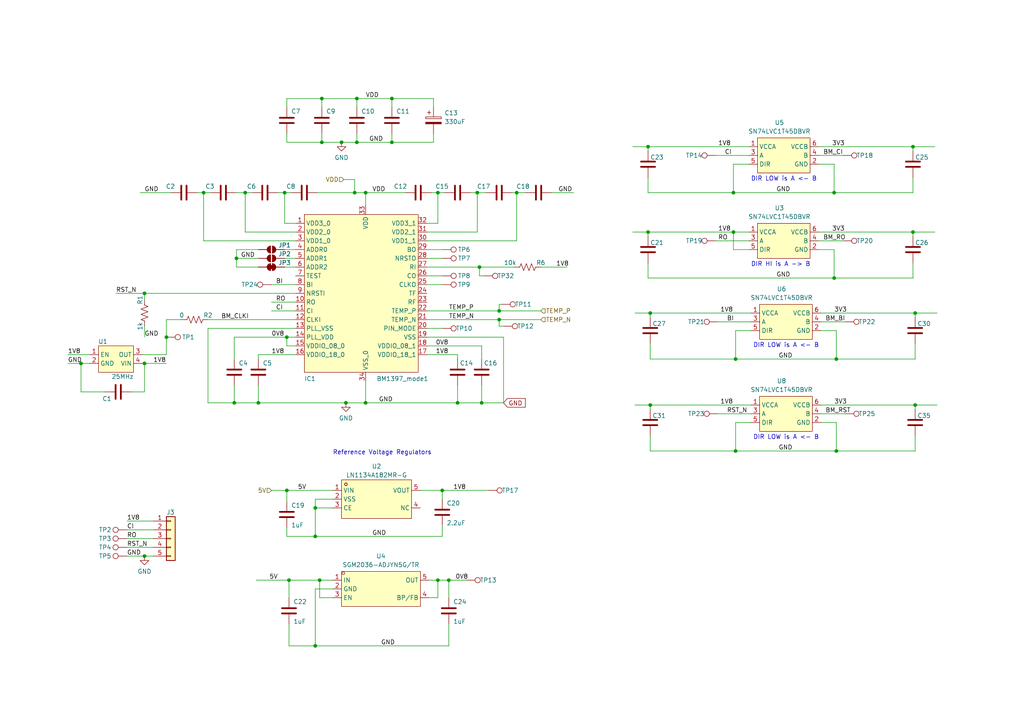
<source format=kicad_sch>
(kicad_sch (version 20230121) (generator eeschema)
  (paper "A4")
  (lib_symbols
    (symbol "Connector:TestPoint" (pin_numbers hide) (pin_names (offset 0.762) hide)
      (property "Reference" "TP" (at 0 6.858 0))
      (property "Value" "TestPoint" (at 0 5.08 0))
      (symbol "TestPoint_1_1"
        (pin passive line (at 0 0 90) (length 2.54) (name "1") (number "1"))
      )
    )
    (symbol "Connector_Generic:Conn_01x05" (pin_names (offset 1.016) hide)
      (property "Reference" "J" (at 0 7.62 0))
      (property "Value" "Conn_01x05" (at 0 -7.62 0))
      (symbol "Conn_01x05_1_1"
        (pin passive line (at -5.08 5.08 0) (length 3.81) (name "Pin_1") (number "1"))
        (pin passive line (at -5.08 2.54 0) (length 3.81) (name "Pin_2") (number "2"))
        (pin passive line (at -5.08 0 0) (length 3.81) (name "Pin_3") (number "3"))
        (pin passive line (at -5.08 -2.54 0) (length 3.81) (name "Pin_4") (number "4"))
        (pin passive line (at -5.08 -5.08 0) (length 3.81) (name "Pin_5") (number "5"))
      )
    )
    (symbol "Device:C" (pin_numbers hide) (pin_names (offset 0.254))
      (property "Reference" "C" (at 0.635 2.54 0))
      (property "Value" "C" (at 0.635 -2.54 0))
      (symbol "C_1_1"
        (pin passive line (at 0 3.81 270) (length 2.794) (name "~") (number "1"))
        (pin passive line (at 0 -3.81 90) (length 2.794) (name "~") (number "2"))
      )
    )
    (symbol "Device:C_Polarized" (pin_numbers hide) (pin_names (offset 0.254))
      (property "Reference" "C" (at 0.635 2.54 0))
      (property "Value" "C_Polarized" (at 0.635 -2.54 0))
      (symbol "C_Polarized_1_1"
        (pin passive line (at 0 3.81 270) (length 2.794) (name "~") (number "1"))
        (pin passive line (at 0 -3.81 90) (length 2.794) (name "~") (number "2"))
      )
    )
    (symbol "Device:R_US" (pin_numbers hide) (pin_names (offset 0))
      (property "Reference" "R" (at 2.54 0 90))
      (property "Value" "R_US" (at -2.54 0 90))
      (symbol "R_US_1_1"
        (pin passive line (at 0 3.81 270) (length 1.27) (name "~") (number "1"))
        (pin passive line (at 0 -3.81 90) (length 1.27) (name "~") (number "2"))
      )
    )
    (symbol "Jumper:SolderJumper_2_Open" (pin_numbers hide) (pin_names (offset 0) hide)
      (property "Reference" "JP" (at 0 2.032 0))
      (property "Value" "SolderJumper_2_Open" (at 0 -2.54 0))
      (symbol "SolderJumper_2_Open_1_1"
        (pin passive line (at -3.81 0 0) (length 2.54) (name "A") (number "1"))
        (pin passive line (at 3.81 0 180) (length 2.54) (name "B") (number "2"))
      )
    )
    (symbol "SolderJumper_2_Bridged_5" (pin_numbers hide) (pin_names (offset 0) hide)
      (property "Reference" "JP" (at 0 2.032 0))
      (property "Value" "SolderJumper_2_Bridged_5" (at 0 -2.54 0))
      (symbol "SolderJumper_2_Bridged_5_1_1"
        (pin passive line (at -3.81 0 0) (length 2.54) (name "A") (number "1"))
        (pin passive line (at 3.81 0 180) (length 2.54) (name "B") (number "2"))
      )
    )
    (symbol "bitaxe:BM1397_mode1"
      (property "Reference" "IC" (at -17.78 17.78 0))
      (property "Value" "BM1397_mode1" (at -17.78 -30.48 0))
      (symbol "BM1397_mode1_1_0"
        (pin bidirectional line (at -20.32 15.24 0) (length 2.54) (name "VDD3_0") (number "1"))
        (pin bidirectional line (at -20.32 -7.62 0) (length 2.54) (name "RO") (number "10"))
        (pin bidirectional line (at -20.32 -10.16 0) (length 2.54) (name "CI") (number "11"))
        (pin bidirectional line (at -20.32 -12.7 0) (length 2.54) (name "CLKI") (number "12"))
        (pin bidirectional line (at -20.32 -15.24 0) (length 2.54) (name "PLL_VSS") (number "13"))
        (pin bidirectional line (at -20.32 -17.78 0) (length 2.54) (name "PLL_VDD") (number "14"))
        (pin bidirectional line (at -20.32 -20.32 0) (length 2.54) (name "VDDIO_08_0") (number "15"))
        (pin bidirectional line (at -20.32 -22.86 0) (length 2.54) (name "VDDIO_18_0") (number "16"))
        (pin bidirectional line (at 17.78 -22.86 180) (length 2.54) (name "VDDIO_18_1") (number "17"))
        (pin bidirectional line (at 17.78 -20.32 180) (length 2.54) (name "VDDIO_08_1") (number "18"))
        (pin bidirectional line (at 17.78 -17.78 180) (length 2.54) (name "VSS") (number "19"))
        (pin bidirectional line (at -20.32 12.7 0) (length 2.54) (name "VDD2_0") (number "2"))
        (pin bidirectional line (at 17.78 -15.24 180) (length 2.54) (name "PIN_MODE") (number "20"))
        (pin bidirectional line (at 17.78 -12.7 180) (length 2.54) (name "TEMP_N") (number "21"))
        (pin bidirectional line (at 17.78 -10.16 180) (length 2.54) (name "TEMP_P") (number "22"))
        (pin bidirectional line (at 17.78 -7.62 180) (length 2.54) (name "RF") (number "23"))
        (pin bidirectional line (at 17.78 -5.08 180) (length 2.54) (name "TF") (number "24"))
        (pin bidirectional line (at 17.78 -2.54 180) (length 2.54) (name "CLKO") (number "25"))
        (pin bidirectional line (at 17.78 0 180) (length 2.54) (name "CO") (number "26"))
        (pin bidirectional line (at 17.78 2.54 180) (length 2.54) (name "RI") (number "27"))
        (pin bidirectional line (at 17.78 5.08 180) (length 2.54) (name "NRSTO") (number "28"))
        (pin bidirectional line (at 17.78 7.62 180) (length 2.54) (name "BO") (number "29"))
        (pin bidirectional line (at -20.32 10.16 0) (length 2.54) (name "VDD1_0") (number "3"))
        (pin bidirectional line (at 17.78 10.16 180) (length 2.54) (name "VDD1_1") (number "30"))
        (pin bidirectional line (at 17.78 12.7 180) (length 2.54) (name "VDD2_1") (number "31"))
        (pin bidirectional line (at 17.78 15.24 180) (length 2.54) (name "VDD3_1") (number "32"))
        (pin bidirectional line (at 0 20.32 270) (length 2.54) (name "VDD") (number "33"))
        (pin bidirectional line (at 0 -30.48 90) (length 2.54) (name "VSS_0") (number "34"))
        (pin bidirectional line (at -20.32 7.62 0) (length 2.54) (name "ADDR0") (number "4"))
        (pin bidirectional line (at -20.32 5.08 0) (length 2.54) (name "ADDR1") (number "5"))
        (pin bidirectional line (at -20.32 2.54 0) (length 2.54) (name "ADDR2") (number "6"))
        (pin bidirectional line (at -20.32 0 0) (length 2.54) (name "TEST") (number "7"))
        (pin bidirectional line (at -20.32 -2.54 0) (length 2.54) (name "BI") (number "8"))
        (pin bidirectional line (at -20.32 -5.08 0) (length 2.54) (name "NRSTI") (number "9"))
      )
    )
    (symbol "bitaxe:oscillator"
      (property "Reference" "U" (at -3.81 5.08 0))
      (property "Value" "oscillator" (at 0 -5.08 0))
      (symbol "oscillator_1_0"
        (pin bidirectional line (at -7.62 1.27 0) (length 2.54) (name "EN") (number "1"))
        (pin bidirectional line (at -7.62 -1.27 0) (length 2.54) (name "GND") (number "2"))
        (pin bidirectional line (at 7.62 1.27 180) (length 2.54) (name "OUT") (number "3"))
        (pin bidirectional line (at 7.62 -1.27 180) (length 2.54) (name "VIN") (number "4"))
      )
    )
    (symbol "lcsc:LN1134A182MR-G"
      (property "Reference" "U" (at 0 7.62 0))
      (property "Value" "LN1134A182MR-G" (at 0 -7.62 0))
      (symbol "LN1134A182MR-G_0_1"
        (pin unspecified line (at -12.7 2.54 0) (length 2.54) (name "VIN") (number "1"))
        (pin unspecified line (at -12.7 0 0) (length 2.54) (name "VSS") (number "2"))
        (pin unspecified line (at -12.7 -2.54 0) (length 2.54) (name "CE") (number "3"))
        (pin unspecified line (at 12.7 -2.54 180) (length 2.54) (name "NC") (number "4"))
        (pin unspecified line (at 12.7 2.54 180) (length 2.54) (name "VOUT") (number "5"))
      )
    )
    (symbol "lcsc:SGM2036-ADJYN5G_TR"
      (property "Reference" "U" (at 0 7.62 0))
      (property "Value" "SGM2036-ADJYN5G/TR" (at 0 -7.62 0))
      (symbol "SGM2036-ADJYN5G_TR_0_1"
        (pin unspecified line (at -13.97 2.54 0) (length 2.54) (name "IN") (number "1"))
        (pin unspecified line (at -13.97 0 0) (length 2.54) (name "GND") (number "2"))
        (pin unspecified line (at -13.97 -2.54 0) (length 2.54) (name "EN") (number "3"))
        (pin unspecified line (at 13.97 -2.54 180) (length 2.54) (name "BP/FB") (number "4"))
        (pin unspecified line (at 13.97 2.54 180) (length 2.54) (name "OUT") (number "5"))
      )
    )
    (symbol "lcsc:SN74LVC1T45DBVR"
      (property "Reference" "U" (at 0 7.62 0))
      (property "Value" "SN74LVC1T45DBVR" (at 0 -7.62 0))
      (symbol "SN74LVC1T45DBVR_0_1"
        (pin unspecified line (at -8.89 2.54 0) (length 2.54) (name "VCCA") (number "1"))
        (pin unspecified line (at 11.43 -2.54 180) (length 2.54) (name "GND") (number "2"))
        (pin unspecified line (at -8.89 0 0) (length 2.54) (name "A") (number "3"))
        (pin unspecified line (at 11.43 0 180) (length 2.54) (name "B") (number "4"))
        (pin unspecified line (at -8.89 -2.54 0) (length 2.54) (name "DIR") (number "5"))
        (pin unspecified line (at 11.43 2.54 180) (length 2.54) (name "VCCB") (number "6"))
      )
    )
    (symbol "power:GND" (power) (pin_names (offset 0))
      (property "Value" "GND" (at 0 -3.81 0))
      (symbol "GND_1_1"
        (pin power_in line (at 0 0 270) (length 0) hide (name "GND") (number "1"))
      )
    )
  )
  (junction (at 241.935 55.88))
  (junction (at 91.44 155.575))
  (junction (at 83.185 97.79))
  (junction (at 99.06 41.275))
  (junction (at 92.71 168.275))
  (junction (at 188.595 117.475))
  (junction (at 41.91 105.41))
  (junction (at 242.57 130.81))
  (junction (at 103.505 28.575) (diameter 0.9144))
  (junction (at 68.58 74.93))
  (junction (at 91.44 187.325))
  (junction (at 139.7 116.84))
  (junction (at 91.44 147.32))
  (junction (at 93.345 41.275) (diameter 0.9144))
  (junction (at 106.045 116.84))
  (junction (at 187.96 67.31))
  (junction (at 102.87 55.88))
  (junction (at 138.43 55.88))
  (junction (at 264.795 42.545))
  (junction (at 82.55 55.88))
  (junction (at 144.78 92.71))
  (junction (at 265.43 117.475))
  (junction (at 41.91 85.09))
  (junction (at 106.045 55.88))
  (junction (at 41.91 161.29))
  (junction (at 212.725 55.88))
  (junction (at 188.595 90.805))
  (junction (at 83.82 168.275))
  (junction (at 127 168.275))
  (junction (at 71.12 55.88))
  (junction (at 113.665 41.275))
  (junction (at 213.36 104.14))
  (junction (at 130.175 168.275))
  (junction (at 103.505 41.275) (diameter 0.9144))
  (junction (at 212.725 67.31))
  (junction (at 241.935 80.645))
  (junction (at 93.345 28.575) (diameter 0.9144))
  (junction (at 113.665 28.575))
  (junction (at 264.795 67.31))
  (junction (at 265.43 90.805))
  (junction (at 100.33 116.84))
  (junction (at 132.715 116.84))
  (junction (at 187.96 42.545))
  (junction (at 149.86 55.88))
  (junction (at 213.36 130.81))
  (junction (at 23.495 105.41))
  (junction (at 144.78 90.17))
  (junction (at 127 55.88))
  (junction (at 74.93 116.84))
  (junction (at 59.055 55.88))
  (junction (at 48.26 97.79))
  (junction (at 139.065 77.47))
  (junction (at 128.27 142.24))
  (junction (at 83.185 142.24))
  (junction (at 242.57 104.14))
  (junction (at 67.945 116.84))
  (wire (pts (xy 237.49 67.31) (xy 264.795 67.31)))
  (wire (pts (xy 67.945 104.14) (xy 67.945 97.79)))
  (wire (pts (xy 41.91 105.41) (xy 48.26 105.41)))
  (wire (pts (xy 100.33 116.84) (xy 106.045 116.84)))
  (wire (pts (xy 121.92 142.24) (xy 128.27 142.24)))
  (wire (pts (xy 241.935 55.88) (xy 264.795 55.88)))
  (wire (pts (xy 139.065 77.47) (xy 149.225 77.47)))
  (wire (pts (xy 106.045 116.84) (xy 106.045 110.49)))
  (wire (pts (xy 160.02 55.88) (xy 166.37 55.88)))
  (wire (pts (xy 103.505 31.115) (xy 103.505 28.575)))
  (wire (pts (xy 71.12 55.88) (xy 73.025 55.88)))
  (wire (pts (xy 93.345 41.275) (xy 83.185 41.275)))
  (wire (pts (xy 91.44 170.815) (xy 91.44 187.325)))
  (wire (pts (xy 85.725 69.85) (xy 59.055 69.85)))
  (wire (pts (xy 60.325 116.84) (xy 67.945 116.84)))
  (wire (pts (xy 48.26 97.79) (xy 48.26 92.71)))
  (wire (pts (xy 123.825 90.17) (xy 144.78 90.17)))
  (wire (pts (xy 113.665 28.575) (xy 125.73 28.575)))
  (wire (pts (xy 71.12 67.31) (xy 71.12 55.88)))
  (wire (pts (xy 83.185 97.79) (xy 85.725 97.79)))
  (wire (pts (xy 188.595 117.475) (xy 217.805 117.475)))
  (wire (pts (xy 139.7 116.84) (xy 146.05 116.84)))
  (wire (pts (xy 91.44 147.32) (xy 91.44 155.575)))
  (wire (pts (xy 130.175 180.975) (xy 130.175 187.325)))
  (wire (pts (xy 78.74 82.55) (xy 85.725 82.55)))
  (wire (pts (xy 144.78 94.615) (xy 144.78 92.71)))
  (wire (pts (xy 59.055 55.88) (xy 60.96 55.88)))
  (wire (pts (xy 187.96 76.2) (xy 187.96 80.645)))
  (wire (pts (xy 265.43 90.805) (xy 271.78 90.805)))
  (wire (pts (xy 128.27 142.24) (xy 128.27 144.78)))
  (wire (pts (xy 238.125 95.885) (xy 242.57 95.885)))
  (wire (pts (xy 106.045 116.84) (xy 132.715 116.84)))
  (wire (pts (xy 93.345 28.575) (xy 103.505 28.575)))
  (wire (pts (xy 212.725 67.31) (xy 212.725 72.39)))
  (wire (pts (xy 78.74 142.24) (xy 83.185 142.24)))
  (wire (pts (xy 93.345 31.115) (xy 93.345 28.575)))
  (wire (pts (xy 41.91 161.29) (xy 44.45 161.29)))
  (wire (pts (xy 48.26 92.71) (xy 52.705 92.71)))
  (wire (pts (xy 217.805 95.885) (xy 213.36 95.885)))
  (wire (pts (xy 113.665 31.115) (xy 113.665 28.575)))
  (wire (pts (xy 212.725 47.625) (xy 212.725 55.88)))
  (wire (pts (xy 67.945 97.79) (xy 83.185 97.79)))
  (wire (pts (xy 59.055 69.85) (xy 59.055 55.88)))
  (wire (pts (xy 68.58 77.47) (xy 74.93 77.47)))
  (wire (pts (xy 238.125 120.015) (xy 245.11 120.015)))
  (wire (pts (xy 148.59 55.88) (xy 149.86 55.88)))
  (wire (pts (xy 139.7 100.33) (xy 139.7 104.14)))
  (wire (pts (xy 138.43 67.31) (xy 138.43 55.88)))
  (wire (pts (xy 82.55 74.93) (xy 85.725 74.93)))
  (wire (pts (xy 113.665 41.275) (xy 103.505 41.275)))
  (wire (pts (xy 139.7 111.76) (xy 139.7 116.84)))
  (wire (pts (xy 85.725 67.31) (xy 71.12 67.31)))
  (wire (pts (xy 188.595 117.475) (xy 188.595 118.745)))
  (wire (pts (xy 41.91 94.615) (xy 41.91 97.79)))
  (wire (pts (xy 99.06 41.275) (xy 93.345 41.275)))
  (wire (pts (xy 146.05 94.615) (xy 144.78 94.615)))
  (wire (pts (xy 149.86 69.85) (xy 149.86 55.88)))
  (wire (pts (xy 67.945 111.76) (xy 67.945 116.84)))
  (wire (pts (xy 264.795 42.545) (xy 271.145 42.545)))
  (wire (pts (xy 123.825 69.85) (xy 149.86 69.85)))
  (wire (pts (xy 187.96 67.31) (xy 187.96 68.58)))
  (wire (pts (xy 127 168.275) (xy 127 173.355)))
  (wire (pts (xy 132.715 102.87) (xy 132.715 104.14)))
  (wire (pts (xy 144.78 92.71) (xy 156.845 92.71)))
  (wire (pts (xy 23.495 113.665) (xy 23.495 105.41)))
  (wire (pts (xy 68.58 74.93) (xy 74.93 74.93)))
  (wire (pts (xy 83.185 155.575) (xy 91.44 155.575)))
  (wire (pts (xy 146.05 97.79) (xy 123.825 97.79)))
  (wire (pts (xy 68.58 74.93) (xy 68.58 77.47)))
  (wire (pts (xy 183.515 42.545) (xy 187.96 42.545)))
  (wire (pts (xy 96.52 144.78) (xy 91.44 144.78)))
  (wire (pts (xy 123.825 72.39) (xy 128.27 72.39)))
  (wire (pts (xy 125.73 31.115) (xy 125.73 28.575)))
  (wire (pts (xy 33.655 85.09) (xy 41.91 85.09)))
  (wire (pts (xy 237.49 47.625) (xy 241.935 47.625)))
  (wire (pts (xy 83.185 153.035) (xy 83.185 155.575)))
  (wire (pts (xy 264.795 67.31) (xy 271.145 67.31)))
  (wire (pts (xy 212.725 55.88) (xy 241.935 55.88)))
  (wire (pts (xy 91.44 187.325) (xy 83.82 187.325)))
  (wire (pts (xy 36.83 156.21) (xy 44.45 156.21)))
  (wire (pts (xy 74.93 102.87) (xy 85.725 102.87)))
  (wire (pts (xy 145.415 88.265) (xy 144.78 88.265)))
  (wire (pts (xy 140.335 80.01) (xy 139.065 80.01)))
  (wire (pts (xy 23.495 105.41) (xy 26.035 105.41)))
  (wire (pts (xy 103.505 28.575) (xy 113.665 28.575)))
  (wire (pts (xy 36.83 151.13) (xy 44.45 151.13)))
  (wire (pts (xy 217.17 72.39) (xy 212.725 72.39)))
  (wire (pts (xy 36.83 158.75) (xy 44.45 158.75)))
  (wire (pts (xy 265.43 117.475) (xy 265.43 118.745)))
  (wire (pts (xy 82.55 77.47) (xy 85.725 77.47)))
  (wire (pts (xy 242.57 104.14) (xy 265.43 104.14)))
  (wire (pts (xy 92.71 168.275) (xy 96.52 168.275)))
  (wire (pts (xy 41.91 85.09) (xy 41.91 86.995)))
  (wire (pts (xy 83.185 100.33) (xy 83.185 97.79)))
  (wire (pts (xy 124.46 168.275) (xy 127 168.275)))
  (wire (pts (xy 217.17 47.625) (xy 212.725 47.625)))
  (wire (pts (xy 188.595 104.14) (xy 213.36 104.14)))
  (wire (pts (xy 82.55 72.39) (xy 85.725 72.39)))
  (wire (pts (xy 132.715 111.76) (xy 132.715 116.84)))
  (wire (pts (xy 213.36 95.885) (xy 213.36 104.14)))
  (wire (pts (xy 146.05 116.84) (xy 146.05 97.79)))
  (wire (pts (xy 123.825 102.87) (xy 132.715 102.87)))
  (wire (pts (xy 38.1 113.665) (xy 41.91 113.665)))
  (wire (pts (xy 96.52 170.815) (xy 91.44 170.815)))
  (wire (pts (xy 123.825 82.55) (xy 128.27 82.55)))
  (wire (pts (xy 36.83 161.29) (xy 41.91 161.29)))
  (wire (pts (xy 213.36 122.555) (xy 213.36 130.81)))
  (wire (pts (xy 113.665 41.275) (xy 125.73 41.275)))
  (wire (pts (xy 264.795 80.645) (xy 264.795 76.2)))
  (wire (pts (xy 123.825 95.25) (xy 128.27 95.25)))
  (wire (pts (xy 207.645 45.085) (xy 217.17 45.085)))
  (wire (pts (xy 187.96 51.435) (xy 187.96 55.88)))
  (wire (pts (xy 242.57 95.885) (xy 242.57 104.14)))
  (wire (pts (xy 242.57 130.81) (xy 265.43 130.81)))
  (wire (pts (xy 41.275 102.87) (xy 48.26 102.87)))
  (wire (pts (xy 85.725 64.77) (xy 82.55 64.77)))
  (wire (pts (xy 57.15 55.88) (xy 59.055 55.88)))
  (wire (pts (xy 212.725 67.31) (xy 217.17 67.31)))
  (wire (pts (xy 93.345 38.735) (xy 93.345 41.275)))
  (wire (pts (xy 127 168.275) (xy 130.175 168.275)))
  (wire (pts (xy 92.71 173.355) (xy 92.71 168.275)))
  (wire (pts (xy 85.725 100.33) (xy 83.185 100.33)))
  (wire (pts (xy 78.74 90.17) (xy 85.725 90.17)))
  (wire (pts (xy 123.825 64.77) (xy 127 64.77)))
  (wire (pts (xy 103.505 41.275) (xy 99.06 41.275)))
  (wire (pts (xy 123.825 74.93) (xy 128.27 74.93)))
  (wire (pts (xy 127 55.88) (xy 128.905 55.88)))
  (wire (pts (xy 241.935 47.625) (xy 241.935 55.88)))
  (wire (pts (xy 139.065 80.01) (xy 139.065 77.47)))
  (wire (pts (xy 74.93 111.76) (xy 74.93 116.84)))
  (wire (pts (xy 187.96 67.31) (xy 212.725 67.31)))
  (wire (pts (xy 30.48 113.665) (xy 23.495 113.665)))
  (wire (pts (xy 132.715 116.84) (xy 139.7 116.84)))
  (wire (pts (xy 238.125 122.555) (xy 242.57 122.555)))
  (wire (pts (xy 238.125 93.345) (xy 245.11 93.345)))
  (wire (pts (xy 102.87 52.07) (xy 102.87 55.88)))
  (wire (pts (xy 130.175 168.275) (xy 130.175 173.355)))
  (wire (pts (xy 213.36 130.81) (xy 242.57 130.81)))
  (wire (pts (xy 80.645 55.88) (xy 82.55 55.88)))
  (wire (pts (xy 96.52 173.355) (xy 92.71 173.355)))
  (wire (pts (xy 91.44 147.32) (xy 96.52 147.32)))
  (wire (pts (xy 113.665 38.735) (xy 113.665 41.275)))
  (wire (pts (xy 149.86 55.88) (xy 152.4 55.88)))
  (wire (pts (xy 60.325 92.71) (xy 85.725 92.71)))
  (wire (pts (xy 237.49 42.545) (xy 264.795 42.545)))
  (wire (pts (xy 91.44 155.575) (xy 128.27 155.575)))
  (wire (pts (xy 83.82 187.325) (xy 83.82 180.975)))
  (wire (pts (xy 83.185 28.575) (xy 93.345 28.575)))
  (wire (pts (xy 207.645 69.85) (xy 217.17 69.85)))
  (wire (pts (xy 41.91 85.09) (xy 85.725 85.09)))
  (wire (pts (xy 238.125 90.805) (xy 265.43 90.805)))
  (wire (pts (xy 36.83 153.67) (xy 44.45 153.67)))
  (wire (pts (xy 188.595 130.81) (xy 213.36 130.81)))
  (wire (pts (xy 91.44 187.325) (xy 130.175 187.325)))
  (wire (pts (xy 40.64 55.88) (xy 49.53 55.88)))
  (wire (pts (xy 241.935 80.645) (xy 264.795 80.645)))
  (wire (pts (xy 74.93 104.14) (xy 74.93 102.87)))
  (wire (pts (xy 106.045 55.88) (xy 106.045 59.69)))
  (wire (pts (xy 99.695 52.07) (xy 102.87 52.07)))
  (wire (pts (xy 78.74 87.63) (xy 85.725 87.63)))
  (wire (pts (xy 187.96 80.645) (xy 241.935 80.645)))
  (wire (pts (xy 128.27 142.24) (xy 141.605 142.24)))
  (wire (pts (xy 102.87 55.88) (xy 106.045 55.88)))
  (wire (pts (xy 68.58 55.88) (xy 71.12 55.88)))
  (wire (pts (xy 123.825 100.33) (xy 139.7 100.33)))
  (wire (pts (xy 48.26 102.87) (xy 48.26 97.79)))
  (wire (pts (xy 41.275 105.41) (xy 41.91 105.41)))
  (wire (pts (xy 91.44 144.78) (xy 91.44 147.32)))
  (wire (pts (xy 130.175 168.275) (xy 135.255 168.275)))
  (wire (pts (xy 41.91 113.665) (xy 41.91 105.41)))
  (wire (pts (xy 83.185 31.115) (xy 83.185 28.575)))
  (wire (pts (xy 242.57 122.555) (xy 242.57 130.81)))
  (wire (pts (xy 144.78 88.265) (xy 144.78 90.17)))
  (wire (pts (xy 117.475 55.88) (xy 106.045 55.88)))
  (wire (pts (xy 83.185 38.735) (xy 83.185 41.275)))
  (wire (pts (xy 83.185 142.24) (xy 96.52 142.24)))
  (wire (pts (xy 265.43 104.14) (xy 265.43 99.695)))
  (wire (pts (xy 19.685 102.87) (xy 26.035 102.87)))
  (wire (pts (xy 103.505 38.735) (xy 103.505 41.275)))
  (wire (pts (xy 264.795 55.88) (xy 264.795 51.435)))
  (wire (pts (xy 237.49 72.39) (xy 241.935 72.39)))
  (wire (pts (xy 188.595 90.805) (xy 217.805 90.805)))
  (wire (pts (xy 144.78 90.17) (xy 156.845 90.17)))
  (wire (pts (xy 187.96 42.545) (xy 187.96 43.815)))
  (wire (pts (xy 265.43 117.475) (xy 271.78 117.475)))
  (wire (pts (xy 237.49 69.85) (xy 244.475 69.85)))
  (wire (pts (xy 82.55 55.88) (xy 84.455 55.88)))
  (wire (pts (xy 183.515 67.31) (xy 187.96 67.31)))
  (wire (pts (xy 127 64.77) (xy 127 55.88)))
  (wire (pts (xy 265.43 90.805) (xy 265.43 92.075)))
  (wire (pts (xy 74.93 72.39) (xy 68.58 72.39)))
  (wire (pts (xy 184.15 117.475) (xy 188.595 117.475)))
  (wire (pts (xy 208.28 120.015) (xy 217.805 120.015)))
  (wire (pts (xy 123.825 67.31) (xy 138.43 67.31)))
  (wire (pts (xy 188.595 126.365) (xy 188.595 130.81)))
  (wire (pts (xy 123.825 77.47) (xy 139.065 77.47)))
  (wire (pts (xy 238.125 117.475) (xy 265.43 117.475)))
  (wire (pts (xy 187.96 55.88) (xy 212.725 55.88)))
  (wire (pts (xy 187.96 42.545) (xy 217.17 42.545)))
  (wire (pts (xy 123.825 80.01) (xy 128.27 80.01)))
  (wire (pts (xy 237.49 45.085) (xy 244.475 45.085)))
  (wire (pts (xy 67.945 116.84) (xy 74.93 116.84)))
  (wire (pts (xy 83.185 142.24) (xy 83.185 145.415)))
  (wire (pts (xy 264.795 42.545) (xy 264.795 43.815)))
  (wire (pts (xy 19.685 105.41) (xy 23.495 105.41)))
  (wire (pts (xy 82.55 55.88) (xy 82.55 64.77)))
  (wire (pts (xy 138.43 55.88) (xy 140.97 55.88)))
  (wire (pts (xy 156.845 77.47) (xy 164.465 77.47)))
  (wire (pts (xy 125.73 38.735) (xy 125.73 41.275)))
  (wire (pts (xy 68.58 72.39) (xy 68.58 74.93)))
  (wire (pts (xy 83.82 168.275) (xy 92.71 168.275)))
  (wire (pts (xy 265.43 130.81) (xy 265.43 126.365)))
  (wire (pts (xy 83.82 168.275) (xy 83.82 173.355)))
  (wire (pts (xy 217.805 122.555) (xy 213.36 122.555)))
  (wire (pts (xy 241.935 72.39) (xy 241.935 80.645)))
  (wire (pts (xy 208.28 93.345) (xy 217.805 93.345)))
  (wire (pts (xy 128.27 155.575) (xy 128.27 152.4)))
  (wire (pts (xy 213.36 104.14) (xy 242.57 104.14)))
  (wire (pts (xy 136.525 55.88) (xy 138.43 55.88)))
  (wire (pts (xy 264.795 67.31) (xy 264.795 68.58)))
  (wire (pts (xy 188.595 90.805) (xy 188.595 92.075)))
  (wire (pts (xy 188.595 99.695) (xy 188.595 104.14)))
  (wire (pts (xy 60.325 95.25) (xy 60.325 116.84)))
  (wire (pts (xy 60.325 95.25) (xy 85.725 95.25)))
  (wire (pts (xy 123.825 92.71) (xy 144.78 92.71)))
  (wire (pts (xy 74.93 116.84) (xy 100.33 116.84)))
  (wire (pts (xy 125.095 55.88) (xy 127 55.88)))
  (wire (pts (xy 92.075 55.88) (xy 102.87 55.88)))
  (wire (pts (xy 124.46 173.355) (xy 127 173.355)))
  (wire (pts (xy 74.295 168.275) (xy 83.82 168.275)))
  (wire (pts (xy 184.15 90.805) (xy 188.595 90.805)))
  (text "Reference Voltage Regulators" (at 96.52 132.08 0) (effects (font (size 1.27 1.27)) (justify left bottom)))
  (text "DIR LOW is A <- B" (at 218.44 100.965 0) (effects (font (size 1.27 1.27)) (justify left bottom)))
  (text "DIR HI is A -> B" (at 217.805 77.47 0) (effects (font (size 1.27 1.27)) (justify left bottom)))
  (text "DIR LOW is A <- B" (at 217.805 52.705 0) (effects (font (size 1.27 1.27)) (justify left bottom)))
  (text "DIR LOW is A <- B" (at 218.44 127.635 0) (effects (font (size 1.27 1.27)) (justify left bottom)))
  (label "RO" (at 80.01 87.63 0))
  (label "GND" (at 111.125 41.275 180))
  (label "BM_RO" (at 238.76 69.85 0))
  (label "BM_RST" (at 239.395 120.015 0))
  (label "CI" (at 210.185 45.085 0))
  (label "5V" (at 78.105 168.275 0))
  (label "GND" (at 41.91 55.88 0))
  (label "1V8" (at 131.445 142.24 0))
  (label "1V8" (at 36.83 151.13 0))
  (label "GND" (at 110.49 187.325 0))
  (label "BM_CI" (at 238.76 45.085 0))
  (label "5V" (at 86.36 142.24 0))
  (label "GND" (at 41.91 97.79 0))
  (label "RO" (at 36.83 156.21 0))
  (label "RO" (at 208.28 69.85 0))
  (label "1V8" (at 44.45 105.41 0))
  (label "GND" (at 107.95 155.575 0))
  (label "1V8" (at 208.28 42.545 0))
  (label "GND" (at 229.87 104.14 180))
  (label "CI" (at 36.83 153.67 0))
  (label "1V8" (at 19.685 102.87 0))
  (label "BM_CLKI" (at 64.135 92.71 0))
  (label "RST_N" (at 33.655 85.09 0))
  (label "GND" (at 109.855 116.84 0))
  (label "CI" (at 80.01 90.17 0))
  (label "1V8" (at 208.915 117.475 0))
  (label "3V3" (at 241.3 67.31 0))
  (label "GND" (at 19.685 105.41 0))
  (label "GND" (at 229.235 80.645 180))
  (label "GND" (at 229.235 55.88 180))
  (label "GND" (at 161.925 55.88 0))
  (label "1V8" (at 208.915 90.805 0))
  (label "RST_N" (at 36.83 158.75 0))
  (label "VDD" (at 106.045 28.575 0))
  (label "GND" (at 69.85 74.93 0))
  (label "TEMP_P" (at 130.175 90.17 0))
  (label "BI" (at 210.82 93.345 0))
  (label "1V8" (at 208.28 67.31 0))
  (label "VDD" (at 107.95 55.88 0))
  (label "GND" (at 36.83 161.29 0))
  (label "0V8" (at 78.74 97.79 0))
  (label "RST_N" (at 210.82 120.015 0))
  (label "BM_BI" (at 239.395 93.345 0))
  (label "3V3" (at 241.935 90.805 0))
  (label "TEMP_N" (at 130.175 92.71 0))
  (label "BI" (at 80.01 82.55 0))
  (label "1V8" (at 78.74 102.87 0))
  (label "1V8" (at 161.29 77.47 0))
  (label "0V8" (at 126.365 100.33 0))
  (label "3V3" (at 241.935 117.475 0))
  (label "3V3" (at 241.3 42.545 0))
  (label "GND" (at 229.87 130.81 180))
  (label "0V8" (at 132.08 168.275 0))
  (label "1V8" (at 126.365 102.87 0))
  (global_label "GND" (shape input) (at 146.05 116.84 0) (property "Intersheetrefs" "${INTERSHEET_REFS}" (effects hide)))
  (hierarchical_label "TEMP_P" (shape input) (at 156.845 90.17 0))
  (hierarchical_label "VDD" (shape input) (at 99.695 52.07 180))
  (hierarchical_label "5V" (shape input) (at 78.74 142.24 180))
  (hierarchical_label "TEMP_N" (shape input) (at 156.845 92.71 0))
  (symbol (lib_id "Connector:TestPoint") (at 78.74 82.55 90) (mirror x) (unit 1)
    (property "Reference" "TP24" (at 72.39 82.55 90))
    (property "Value" "TestPoint" (effects hide))
    (property "Footprint" "TestPoint:TestPoint_Pad_D1.5mm" (effects hide))
    (property "DNP" "T" (effects hide))
  )
  (symbol (lib_id "lcsc:SN74LVC1T45DBVR") (at 226.695 93.345 0) (unit 1)
    (property "Reference" "U6" (at 226.695 83.82 0))
    (property "Value" "SN74LVC1T45DBVR" (at 226.695 86.36 0))
    (property "Footprint" "lcsc:SOT-23-6_L2.9-W1.6-P0.95-LS2.8-BR" (effects hide))
    (property "Datasheet" "https://lcsc.com/product-detail/74-Series_TI_SN74LVC1T45DBVR_SN74LVC1T45DBVR_C7843.html" (effects hide))
    (property "Manufacturer" "TI(德州仪器)" (effects hide))
    (property "LCSC Part" "C7843" (effects hide))
    (property "JLC Part" "Extended Part" (effects hide))
  )
  (symbol (lib_id "lcsc:SGM2036-ADJYN5G_TR") (at 110.49 170.815 0) (unit 1)
    (property "Reference" "U4" (at 110.49 161.29 0))
    (property "Value" "SGM2036-ADJYN5G/TR" (at 110.49 163.83 0))
    (property "Footprint" "lcsc:SOT-23-5_L3.0-W1.7-P0.95-LS2.8-BR" (effects hide))
    (property "Datasheet" "https://lcsc.com/product-detail/Others_SG-Micro-SGM2036-ADJYN5G-TR_C194594.html" (effects hide))
    (property "Manufacturer" "SGMICRO(圣邦微)" (effects hide))
    (property "LCSC Part" "C194594" (effects hide))
    (property "JLC Part" "Extended Part" (effects hide))
  )
  (symbol (lib_id "power:GND") (at 41.91 161.29 0) (mirror y) (unit 1)
    (property "Reference" "#PWR02" (effects hide))
    (property "Value" "GND" (at 41.91 165.735 0))
    (instances (project "Hashat" (path "" (reference "#PWR02") (unit 1))) (project "bitaxeMax" (path "" (reference "#PWR03") (unit 1))))
  )
  (symbol (lib_id "Device:C") (at 93.345 34.925 0) (unit 1)
    (property "Reference" "C9" (at 94.615 33.02 0) (effects (justify left bottom)))
    (property "Value" "0.1uF" (at 94.615 38.1 0) (effects (justify left bottom)))
    (property "Footprint" "Capacitor_SMD:C_0402_1005Metric" (effects hide))
    (property "Value" "311-3342-1-ND" (effects hide))
    (property "DK" "1292-1639-1-ND" (effects hide))
    (property "PARTNO" "0402X104K100CT" (effects hide))
  )
  (symbol (lib_id "Device:R_US") (at 153.035 77.47 90) (unit 1)
    (property "Reference" "R6" (at 156.845 76.2 90))
    (property "Value" "10k" (at 147.955 76.2 90))
    (property "Footprint" "Resistor_SMD:R_0402_1005Metric" (effects hide))
    (property "DK" "311-10KJRCT-ND" (effects hide))
    (property "PARTNO" "RC0402JR-0710KL" (effects hide))
  )
  (symbol (lib_id "Device:C") (at 264.795 72.39 0) (unit 1)
    (property "Reference" "C26" (at 265.43 71.12 0) (effects (justify left bottom)))
    (property "Value" "0.1uF" (at 265.43 76.2 0) (effects (justify left bottom)))
    (property "Footprint" "Capacitor_SMD:C_0402_1005Metric" (effects hide))
    (property "Value" "311-3342-1-ND" (effects hide))
    (property "DK" "1292-1639-1-ND" (effects hide))
    (property "PARTNO" "0402X104K100CT" (effects hide))
    (instances (project "Hashat" (path "" (reference "C26") (unit 1))) (project "bitaxeMax" (path "" (reference "C21") (unit 1))))
  )
  (symbol (lib_id "Device:C") (at 83.185 149.225 0) (unit 1)
    (property "Reference" "C19" (at 84.455 147.32 0) (effects (justify left bottom)))
    (property "Value" "1uF" (at 84.455 153.035 0) (effects (justify left bottom)))
    (property "Footprint" "Capacitor_SMD:C_0402_1005Metric" (effects hide))
    (instances (project "Hashat" (path "" (reference "C19") (unit 1))) (project "bitaxeMax" (path "" (reference "C25") (unit 1))))
  )
  (symbol (lib_id "power:GND") (at 100.33 116.84 0) (mirror y) (unit 1)
    (property "Reference" "#PWR04" (effects hide))
    (property "Value" "GND" (at 100.33 121.285 0))
    (instances (project "Hashat" (path "" (reference "#PWR04") (unit 1))) (project "bitaxeMax" (path "" (reference "#PWR02") (unit 1))))
  )
  (symbol (lib_id "Device:C") (at 132.715 55.88 90) (unit 1)
    (property "Reference" "C15" (at 130.175 53.34 90) (effects (justify left bottom)))
    (property "Value" "1uF" (at 131.445 56.515 90) (effects (justify left bottom)))
    (property "Footprint" "Capacitor_SMD:C_0402_1005Metric" (effects hide))
    (property "Value" "587-5514-1-ND" (effects hide))
    (property "DK" "587-5514-1-ND" (effects hide))
    (property "PARTNO" "EMK105BJ105MV-F" (effects hide))
  )
  (symbol (lib_id "Connector:TestPoint") (at 208.28 120.015 90) (mirror x) (unit 1)
    (property "Reference" "TP23" (at 201.93 120.015 90))
    (property "Value" "TestPoint" (effects hide))
    (property "Footprint" "TestPoint:TestPoint_Pad_D1.5mm" (effects hide))
    (property "DNP" "T" (effects hide))
    (instances (project "Hashat" (path "" (reference "TP23") (unit 1))) (project "bitaxeMax" (path "" (reference "TP24") (unit 1))))
  )
  (symbol (lib_id "Device:C") (at 128.27 148.59 0) (unit 1)
    (property "Reference" "C20" (at 129.54 146.685 0) (effects (justify left bottom)))
    (property "Value" "2.2uF" (at 129.54 152.4 0) (effects (justify left bottom)))
    (property "Footprint" "Capacitor_SMD:C_0402_1005Metric" (effects hide))
    (instances (project "Hashat" (path "" (reference "C20") (unit 1))) (project "bitaxeMax" (path "" (reference "C25") (unit 1))))
  )
  (symbol (lib_id "Connector:TestPoint") (at 245.11 120.015 270) (mirror x) (unit 1)
    (property "Reference" "TP25" (at 251.46 120.015 90))
    (property "Value" "TestPoint" (effects hide))
    (property "Footprint" "TestPoint:TestPoint_Pad_D1.5mm" (effects hide))
    (property "DNP" "T" (effects hide))
    (instances (project "Hashat" (path "" (reference "TP25") (unit 1))) (project "bitaxeMax" (path "" (reference "TP24") (unit 1))))
  )
  (symbol (lib_id "Device:R_US") (at 41.91 90.805 180) (unit 1)
    (property "Reference" "R1" (at 40.64 86.995 90))
    (property "Value" "1k" (at 40.64 94.615 90))
    (property "Footprint" "Resistor_SMD:R_0402_1005Metric" (effects hide))
    (property "DK" "YAG2306CT-ND" (effects hide))
  )
  (symbol (lib_id "Connector:TestPoint") (at 36.83 153.67 90) (mirror x) (unit 1)
    (property "Reference" "TP2" (at 30.48 153.67 90))
    (property "Value" "TestPoint" (effects hide))
    (property "Footprint" "TestPoint:TestPoint_Pad_D1.5mm" (effects hide))
    (property "DNP" "T" (effects hide))
  )
  (symbol (lib_id "Device:C") (at 188.595 95.885 0) (unit 1)
    (property "Reference" "C27" (at 189.23 94.615 0) (effects (justify left bottom)))
    (property "Value" "0.1uF" (at 189.23 99.695 0) (effects (justify left bottom)))
    (property "Footprint" "Capacitor_SMD:C_0402_1005Metric" (effects hide))
    (property "Value" "311-3342-1-ND" (effects hide))
    (property "DK" "1292-1639-1-ND" (effects hide))
    (property "PARTNO" "0402X104K100CT" (effects hide))
    (instances (project "Hashat" (path "" (reference "C27") (unit 1))) (project "bitaxeMax" (path "" (reference "C21") (unit 1))))
  )
  (symbol (lib_id "Connector:TestPoint") (at 128.27 74.93 270) (mirror x) (unit 1)
    (property "Reference" "TP7" (at 134.62 74.93 90))
    (property "Value" "TestPoint" (effects hide))
    (property "Footprint" "TestPoint:TestPoint_Pad_D1.5mm" (effects hide))
    (property "DNP" "T" (effects hide))
  )
  (symbol (lib_id "Device:C") (at 83.185 34.925 0) (unit 1)
    (property "Reference" "C7" (at 84.455 33.02 0) (effects (justify left bottom)))
    (property "Value" "0.1uF" (at 84.455 38.1 0) (effects (justify left bottom)))
    (property "Footprint" "Capacitor_SMD:C_0402_1005Metric" (effects hide))
    (property "Value" "311-3342-1-ND" (effects hide))
    (property "DK" "1292-1639-1-ND" (effects hide))
    (property "PARTNO" "0402X104K100CT" (effects hide))
  )
  (symbol (lib_id "Connector:TestPoint") (at 140.335 80.01 270) (mirror x) (unit 1)
    (property "Reference" "TP32" (at 146.685 80.01 90))
    (property "Value" "TestPoint" (effects hide))
    (property "Footprint" "TestPoint:TestPoint_Pad_D1.5mm" (effects hide))
    (property "DNP" "T" (effects hide))
  )
  (symbol (lib_id "Device:C") (at 53.34 55.88 90) (unit 1)
    (property "Reference" "C2" (at 50.8 53.34 90) (effects (justify left bottom)))
    (property "Value" "1uF" (at 52.07 56.515 90) (effects (justify left bottom)))
    (property "Footprint" "Capacitor_SMD:C_0402_1005Metric" (effects hide))
    (property "Value" "587-5514-1-ND" (effects hide))
    (property "DK" "587-5514-1-ND" (effects hide))
    (property "PARTNO" "EMK105BJ105MV-F" (effects hide))
  )
  (symbol (lib_id "lcsc:SN74LVC1T45DBVR") (at 226.06 45.085 0) (unit 1)
    (property "Reference" "U5" (at 226.06 35.56 0))
    (property "Value" "SN74LVC1T45DBVR" (at 226.06 38.1 0))
    (property "Footprint" "lcsc:SOT-23-6_L2.9-W1.6-P0.95-LS2.8-BR" (effects hide))
    (property "Datasheet" "https://lcsc.com/product-detail/74-Series_TI_SN74LVC1T45DBVR_SN74LVC1T45DBVR_C7843.html" (effects hide))
    (property "Manufacturer" "TI(德州仪器)" (effects hide))
    (property "LCSC Part" "C7843" (effects hide))
    (property "JLC Part" "Extended Part" (effects hide))
  )
  (symbol (lib_id "Connector_Generic:Conn_01x05") (at 49.53 156.21 0) (unit 1)
    (property "Reference" "J3" (at 48.26 148.59 0) (effects (justify left)))
    (property "Value" "Conn_01x05" (effects hide))
    (property "Footprint" "Connector_PinHeader_2.54mm:PinHeader_1x05_P2.54mm_Vertical" (effects hide))
    (property "DNP" "T" (effects hide))
  )
  (symbol (lib_id "bitaxe:BM1397_mode1") (at 106.045 80.01 0) (unit 1)
    (property "Reference" "IC1" (at 88.265 109.855 0) (effects (justify left)))
    (property "Value" "BM1397_mode1" (at 109.22 109.855 0) (effects (justify left)))
    (property "Footprint" "bitaxe:BM1397" (effects hide))
    (property "DNP" "T" (effects hide))
  )
  (symbol (lib_id "Device:C") (at 156.21 55.88 90) (unit 1)
    (property "Reference" "C18" (at 153.67 53.34 90) (effects (justify left bottom)))
    (property "Value" "1uF" (at 154.94 56.515 90) (effects (justify left bottom)))
    (property "Footprint" "Capacitor_SMD:C_0402_1005Metric" (effects hide))
    (property "Value" "587-5514-1-ND" (effects hide))
    (property "DK" "587-5514-1-ND" (effects hide))
    (property "PARTNO" "EMK105BJ105MV-F" (effects hide))
  )
  (symbol (lib_id "Connector:TestPoint") (at 36.83 158.75 90) (mirror x) (unit 1)
    (property "Reference" "TP4" (at 30.48 158.75 90))
    (property "Value" "TestPoint" (effects hide))
    (property "Footprint" "TestPoint:TestPoint_Pad_D1.5mm" (effects hide))
    (property "DNP" "T" (effects hide))
  )
  (symbol (lib_id "Connector:TestPoint") (at 36.83 156.21 90) (unit 1)
    (property "Reference" "TP3" (at 30.48 156.21 90))
    (property "Value" "TestPoint" (effects hide))
    (property "Footprint" "TestPoint:TestPoint_Pad_D1.5mm" (effects hide))
    (property "DNP" "T" (effects hide))
  )
  (symbol (lib_id "Device:C") (at 265.43 95.885 0) (unit 1)
    (property "Reference" "C30" (at 266.065 94.615 0) (effects (justify left bottom)))
    (property "Value" "0.1uF" (at 266.065 99.695 0) (effects (justify left bottom)))
    (property "Footprint" "Capacitor_SMD:C_0402_1005Metric" (effects hide))
    (property "Value" "311-3342-1-ND" (effects hide))
    (property "DK" "1292-1639-1-ND" (effects hide))
    (property "PARTNO" "0402X104K100CT" (effects hide))
    (instances (project "Hashat" (path "" (reference "C30") (unit 1))) (project "bitaxeMax" (path "" (reference "C21") (unit 1))))
  )
  (symbol (lib_id "Device:C") (at 264.795 47.625 0) (unit 1)
    (property "Reference" "C25" (at 265.43 46.355 0) (effects (justify left bottom)))
    (property "Value" "0.1uF" (at 265.43 51.435 0) (effects (justify left bottom)))
    (property "Footprint" "Capacitor_SMD:C_0402_1005Metric" (effects hide))
    (property "Value" "311-3342-1-ND" (effects hide))
    (property "DK" "1292-1639-1-ND" (effects hide))
    (property "PARTNO" "0402X104K100CT" (effects hide))
    (instances (project "Hashat" (path "" (reference "C25") (unit 1))) (project "bitaxeMax" (path "" (reference "C21") (unit 1))))
  )
  (symbol (lib_id "Connector:TestPoint") (at 245.11 93.345 270) (mirror x) (unit 1)
    (property "Reference" "TP22" (at 251.46 93.345 90))
    (property "Value" "TestPoint" (effects hide))
    (property "Footprint" "TestPoint:TestPoint_Pad_D1.5mm" (effects hide))
    (property "DNP" "T" (effects hide))
    (instances (project "Hashat" (path "" (reference "TP22") (unit 1))) (project "bitaxeMax" (path "" (reference "TP24") (unit 1))))
  )
  (symbol (lib_id "Device:C") (at 113.665 34.925 0) (unit 1)
    (property "Reference" "C11" (at 114.935 33.02 0) (effects (justify left bottom)))
    (property "Value" "1uF" (at 114.935 38.1 0) (effects (justify left bottom)))
    (property "Footprint" "Capacitor_SMD:C_0402_1005Metric" (effects hide))
    (property "Value" "587-5514-1-ND" (effects hide))
    (property "DK" "587-5514-1-ND" (effects hide))
    (property "PARTNO" "EMK105BJ105MV-F" (effects hide))
  )
  (symbol (lib_id "Connector:TestPoint") (at 207.645 45.085 90) (mirror x) (unit 1)
    (property "Reference" "TP14" (at 201.295 45.085 90))
    (property "Value" "TestPoint" (effects hide))
    (property "Footprint" "TestPoint:TestPoint_Pad_D1.5mm" (effects hide))
    (property "DNP" "T" (effects hide))
    (instances (project "Hashat" (path "" (reference "TP14") (unit 1))) (project "bitaxeMax" (path "" (reference "TP24") (unit 1))))
  )
  (symbol (lib_id "Device:C_Polarized") (at 125.73 34.925 0) (unit 1)
    (property "Reference" "C13" (at 128.905 32.7659 0) (effects (justify left)))
    (property "Value" "330uF" (at 128.905 35.3059 0) (effects (justify left)))
    (property "Footprint" "Capacitor_Tantalum_SMD:CP_EIA-7343-31_Kemet-D_Pad2.25x2.55mm_HandSolder" (effects hide))
    (property "DK" "718-1028-1-ND" (effects hide))
    (property "PARTNO" "293D337X9010E2TE3" (effects hide))
  )
  (symbol (lib_id "bitaxe:oscillator") (at 33.655 104.14 0) (unit 1)
    (property "Reference" "U1" (at 29.845 99.06 0))
    (property "Value" "25MHz" (at 35.56 109.22 0))
    (property "Footprint" "bitaxe:O 25,0-JO32-B-1V3-1-T1-LF" (effects hide))
    (property "Datasheet" "https://www.jauch.com/downloadfile/5ef1edcfb8e2f73163c8ce8009ef659d1/jo32-1.8-3.3v.pdf" (effects hide))
    (property "DK" "1908-O250-JO32-B-1V3-1-T1-LFCT-ND" (effects hide))
    (property "PARTNO" "O 25,0-JO32-B-1V3-1-T1-LF" (effects hide))
  )
  (symbol (lib_id "Connector:TestPoint") (at 128.27 72.39 270) (mirror x) (unit 1)
    (property "Reference" "TP6" (at 134.62 72.39 90))
    (property "Value" "TestPoint" (effects hide))
    (property "Footprint" "TestPoint:TestPoint_Pad_D1.5mm" (effects hide))
    (property "DNP" "T" (effects hide))
  )
  (symbol (lib_id "Device:C") (at 34.29 113.665 90) (unit 1)
    (property "Reference" "C1" (at 32.385 114.935 90) (effects (justify left bottom)))
    (property "Value" "0.1uF" (at 41.275 114.935 90) (effects (justify left bottom)))
    (property "Footprint" "Capacitor_SMD:C_0402_1005Metric" (effects hide))
    (property "Value" "311-3342-1-ND" (effects hide))
    (property "DK" "1292-1639-1-ND" (effects hide))
    (property "PARTNO" "0402X104K100CT" (effects hide))
  )
  (symbol (lib_id "lcsc:LN1134A182MR-G") (at 109.22 144.78 0) (unit 1)
    (property "Reference" "U2" (at 109.22 135.255 0))
    (property "Value" "LN1134A182MR-G" (at 109.22 137.795 0))
    (property "Footprint" "lcsc:SOT-23-5_L3.0-W1.7-P0.95-LS2.8-BR" (effects hide))
    (property "Datasheet" "https://lcsc.com/product-detail/Low-Dropout-Regulators-LDO_LN1134A182MR-G_C141424.html" (effects hide))
    (property "Manufacturer" "natlinear(南麟)" (effects hide))
    (property "LCSC Part" "C141424" (effects hide))
    (property "JLC Part" "Extended Part" (effects hide))
  )
  (symbol (lib_id "Connector:TestPoint") (at 128.27 82.55 270) (mirror x) (unit 1)
    (property "Reference" "TP9" (at 134.62 82.55 90))
    (property "Value" "TestPoint" (effects hide))
    (property "Footprint" "TestPoint:TestPoint_Pad_D1.5mm" (effects hide))
    (property "DNP" "T" (effects hide))
  )
  (symbol (lib_id "Device:C") (at 130.175 177.165 0) (unit 1)
    (property "Reference" "C24" (at 131.445 175.26 0) (effects (justify left bottom)))
    (property "Value" "1uF" (at 131.445 180.975 0) (effects (justify left bottom)))
    (property "Footprint" "Capacitor_SMD:C_0402_1005Metric" (effects hide))
    (instances (project "Hashat" (path "" (reference "C24") (unit 1))) (project "bitaxeMax" (path "" (reference "C25") (unit 1))))
  )
  (symbol (lib_id "Device:C") (at 144.78 55.88 90) (unit 1)
    (property "Reference" "C17" (at 142.24 53.34 90) (effects (justify left bottom)))
    (property "Value" "1uF" (at 143.51 56.515 90) (effects (justify left bottom)))
    (property "Footprint" "Capacitor_SMD:C_0402_1005Metric" (effects hide))
    (property "Value" "587-5514-1-ND" (effects hide))
    (property "DK" "587-5514-1-ND" (effects hide))
    (property "PARTNO" "EMK105BJ105MV-F" (effects hide))
  )
  (symbol (lib_id "Connector:TestPoint") (at 207.645 69.85 90) (mirror x) (unit 1)
    (property "Reference" "TP19" (at 201.295 69.85 90))
    (property "Value" "TestPoint" (effects hide))
    (property "Footprint" "TestPoint:TestPoint_Pad_D1.5mm" (effects hide))
    (property "DNP" "T" (effects hide))
    (instances (project "Hashat" (path "" (reference "TP19") (unit 1))) (project "bitaxeMax" (path "" (reference "TP24") (unit 1))))
  )
  (symbol (lib_id "Jumper:SolderJumper_2_Open") (at 78.74 74.93 0) (unit 1)
    (property "Reference" "JP2" (at 82.55 73.66 0))
    (property "Value" "SolderJumper_2_Open" (effects hide))
    (property "Footprint" "Jumper:SolderJumper-2_P1.3mm_Open_RoundedPad1.0x1.5mm" (effects hide))
    (property "DNP" "T" (effects hide))
  )
  (symbol (lib_id "Connector:TestPoint") (at 208.28 93.345 90) (mirror x) (unit 1)
    (property "Reference" "TP21" (at 201.93 93.345 90))
    (property "Value" "TestPoint" (effects hide))
    (property "Footprint" "TestPoint:TestPoint_Pad_D1.5mm" (effects hide))
    (property "DNP" "T" (effects hide))
    (instances (project "Hashat" (path "" (reference "TP21") (unit 1))) (project "bitaxeMax" (path "" (reference "TP24") (unit 1))))
  )
  (symbol (lib_id "Device:C") (at 188.595 122.555 0) (unit 1)
    (property "Reference" "C31" (at 189.23 121.285 0) (effects (justify left bottom)))
    (property "Value" "0.1uF" (at 189.23 126.365 0) (effects (justify left bottom)))
    (property "Footprint" "Capacitor_SMD:C_0402_1005Metric" (effects hide))
    (property "Value" "311-3342-1-ND" (effects hide))
    (property "DK" "1292-1639-1-ND" (effects hide))
    (property "PARTNO" "0402X104K100CT" (effects hide))
    (instances (project "Hashat" (path "" (reference "C31") (unit 1))) (project "bitaxeMax" (path "" (reference "C21") (unit 1))))
  )
  (symbol (lib_id "lcsc:SN74LVC1T45DBVR") (at 226.06 69.85 0) (unit 1)
    (property "Reference" "U3" (at 226.06 60.325 0))
    (property "Value" "SN74LVC1T45DBVR" (at 226.06 62.865 0))
    (property "Footprint" "lcsc:SOT-23-6_L2.9-W1.6-P0.95-LS2.8-BR" (effects hide))
    (property "Datasheet" "https://lcsc.com/product-detail/74-Series_TI_SN74LVC1T45DBVR_SN74LVC1T45DBVR_C7843.html" (effects hide))
    (property "Manufacturer" "TI(德州仪器)" (effects hide))
    (property "LCSC Part" "C7843" (effects hide))
    (property "JLC Part" "Extended Part" (effects hide))
  )
  (symbol (lib_id "Connector:TestPoint") (at 135.255 168.275 270) (mirror x) (unit 1)
    (property "Reference" "TP13" (at 141.605 168.275 90))
    (property "Value" "TestPoint" (effects hide))
    (property "Footprint" "TestPoint:TestPoint_Pad_D1.5mm" (effects hide))
    (property "DNP" "T" (effects hide))
    (instances (project "Hashat" (path "" (reference "TP13") (unit 1))) (project "bitaxeMax" (path "" (reference "TP14") (unit 1))))
  )
  (symbol (lib_id "lcsc:SN74LVC1T45DBVR") (at 226.695 120.015 0) (unit 1)
    (property "Reference" "U8" (at 226.695 110.49 0))
    (property "Value" "SN74LVC1T45DBVR" (at 226.695 113.03 0))
    (property "Footprint" "lcsc:SOT-23-6_L2.9-W1.6-P0.95-LS2.8-BR" (effects hide))
    (property "Datasheet" "https://lcsc.com/product-detail/74-Series_TI_SN74LVC1T45DBVR_SN74LVC1T45DBVR_C7843.html" (effects hide))
    (property "Manufacturer" "TI(德州仪器)" (effects hide))
    (property "LCSC Part" "C7843" (effects hide))
    (property "JLC Part" "Extended Part" (effects hide))
  )
  (symbol (lib_id "Device:C") (at 187.96 72.39 0) (unit 1)
    (property "Reference" "C21" (at 188.595 71.12 0) (effects (justify left bottom)))
    (property "Value" "0.1uF" (at 188.595 76.2 0) (effects (justify left bottom)))
    (property "Footprint" "Capacitor_SMD:C_0402_1005Metric" (effects hide))
    (property "Value" "311-3342-1-ND" (effects hide))
    (property "DK" "1292-1639-1-ND" (effects hide))
    (property "PARTNO" "0402X104K100CT" (effects hide))
  )
  (symbol (lib_id "Device:C") (at 132.715 107.95 0) (unit 1)
    (property "Reference" "C14" (at 133.35 106.045 0) (effects (justify left bottom)))
    (property "Value" "1uF" (at 133.35 111.76 0) (effects (justify left bottom)))
    (property "Footprint" "Capacitor_SMD:C_0402_1005Metric" (effects hide))
    (property "Value" "587-5514-1-ND" (effects hide))
    (property "DK" "587-5514-1-ND" (effects hide))
    (property "PARTNO" "EMK105BJ105MV-F" (effects hide))
  )
  (symbol (lib_id "Connector:TestPoint") (at 128.27 80.01 270) (mirror x) (unit 1)
    (property "Reference" "TP8" (at 134.62 80.01 90))
    (property "Value" "TestPoint" (effects hide))
    (property "Footprint" "TestPoint:TestPoint_Pad_D1.5mm" (effects hide))
    (property "DNP" "T" (effects hide))
  )
  (symbol (lib_id "Connector:TestPoint") (at 36.83 161.29 90) (mirror x) (unit 1)
    (property "Reference" "TP5" (at 30.48 161.29 90))
    (property "Value" "TestPoint" (effects hide))
    (property "Footprint" "TestPoint:TestPoint_Pad_D1.5mm" (effects hide))
    (property "DNP" "T" (effects hide))
  )
  (symbol (lib_id "power:GND") (at 99.06 41.275 0) (mirror y) (unit 1)
    (property "Reference" "#PWR03" (effects hide))
    (property "Value" "GND" (at 99.06 45.72 0))
    (instances (project "Hashat" (path "" (reference "#PWR03") (unit 1))) (project "bitaxeMax" (path "" (reference "#PWR01") (unit 1))))
  )
  (symbol (lib_id "Connector:TestPoint") (at 145.415 88.265 270) (mirror x) (unit 1)
    (property "Reference" "TP11" (at 151.765 88.265 90))
    (property "Value" "TestPoint" (effects hide))
    (property "Footprint" "TestPoint:TestPoint_Pad_D1.5mm" (effects hide))
    (property "DNP" "T" (effects hide))
  )
  (symbol (lib_id "Device:C") (at 76.835 55.88 90) (unit 1)
    (property "Reference" "C6" (at 74.295 53.34 90) (effects (justify left bottom)))
    (property "Value" "1uF" (at 75.565 56.515 90) (effects (justify left bottom)))
    (property "Footprint" "Capacitor_SMD:C_0402_1005Metric" (effects hide))
    (property "Value" "587-5514-1-ND" (effects hide))
    (property "DK" "587-5514-1-ND" (effects hide))
    (property "PARTNO" "EMK105BJ105MV-F" (effects hide))
  )
  (symbol (lib_id "Device:C") (at 83.82 177.165 0) (unit 1)
    (property "Reference" "C22" (at 85.09 175.26 0) (effects (justify left bottom)))
    (property "Value" "1uF" (at 85.09 180.975 0) (effects (justify left bottom)))
    (property "Footprint" "Capacitor_SMD:C_0402_1005Metric" (effects hide))
    (instances (project "Hashat" (path "" (reference "C22") (unit 1))) (project "bitaxeMax" (path "" (reference "C25") (unit 1))))
  )
  (symbol (lib_id "Device:C") (at 88.265 55.88 90) (unit 1)
    (property "Reference" "C8" (at 85.725 53.34 90) (effects (justify left bottom)))
    (property "Value" "1uF" (at 86.995 56.515 90) (effects (justify left bottom)))
    (property "Footprint" "Capacitor_SMD:C_0402_1005Metric" (effects hide))
    (property "Value" "587-5514-1-ND" (effects hide))
    (property "DK" "587-5514-1-ND" (effects hide))
    (property "PARTNO" "EMK105BJ105MV-F" (effects hide))
  )
  (symbol (lib_id "Device:C") (at 187.96 47.625 0) (unit 1)
    (property "Reference" "C23" (at 188.595 46.355 0) (effects (justify left bottom)))
    (property "Value" "0.1uF" (at 188.595 51.435 0) (effects (justify left bottom)))
    (property "Footprint" "Capacitor_SMD:C_0402_1005Metric" (effects hide))
    (property "Value" "311-3342-1-ND" (effects hide))
    (property "DK" "1292-1639-1-ND" (effects hide))
    (property "PARTNO" "0402X104K100CT" (effects hide))
    (instances (project "Hashat" (path "" (reference "C23") (unit 1))) (project "bitaxeMax" (path "" (reference "C21") (unit 1))))
  )
  (symbol (lib_id "Device:C") (at 103.505 34.925 0) (unit 1)
    (property "Reference" "C10" (at 104.775 33.02 0) (effects (justify left bottom)))
    (property "Value" "1uF" (at 104.775 38.1 0) (effects (justify left bottom)))
    (property "Footprint" "Capacitor_SMD:C_0402_1005Metric" (effects hide))
    (property "Value" "587-5514-1-ND" (effects hide))
    (property "DK" "587-5514-1-ND" (effects hide))
    (property "PARTNO" "EMK105BJ105MV-F" (effects hide))
  )
  (symbol (lib_id "Device:C") (at 74.93 107.95 0) (unit 1)
    (property "Reference" "C5" (at 76.2 106.045 0) (effects (justify left bottom)))
    (property "Value" "1uF" (at 76.2 111.76 0) (effects (justify left bottom)))
    (property "Footprint" "Capacitor_SMD:C_0402_1005Metric" (effects hide))
    (property "Value" "587-5514-1-ND" (effects hide))
    (property "DK" "587-5514-1-ND" (effects hide))
    (property "PARTNO" "EMK105BJ105MV-F" (effects hide))
  )
  (symbol (lib_id "Device:C") (at 67.945 107.95 0) (unit 1)
    (property "Reference" "C4" (at 69.215 106.045 0) (effects (justify left bottom)))
    (property "Value" "1uF" (at 69.215 111.76 0) (effects (justify left bottom)))
    (property "Footprint" "Capacitor_SMD:C_0402_1005Metric" (effects hide))
    (property "Value" "587-5514-1-ND" (effects hide))
    (property "DK" "587-5514-1-ND" (effects hide))
    (property "PARTNO" "EMK105BJ105MV-F" (effects hide))
  )
  (symbol (lib_id "Connector:TestPoint") (at 146.05 94.615 270) (mirror x) (unit 1)
    (property "Reference" "TP12" (at 152.4 94.615 90))
    (property "Value" "TestPoint" (effects hide))
    (property "Footprint" "TestPoint:TestPoint_Pad_D1.5mm" (effects hide))
    (property "DNP" "T" (effects hide))
  )
  (symbol (lib_name "SolderJumper_2_Bridged_5") (lib_id "Jumper:SolderJumper_2_Bridged") (at 78.74 77.47 0) (unit 1)
    (property "Reference" "JP3" (at 82.55 76.2 0))
    (property "Value" "SolderJumper_2_Bridged" (effects hide))
    (property "Footprint" "Jumper:SolderJumper-2_P1.3mm_Bridged2Bar_RoundedPad1.0x1.5mm" (effects hide))
    (property "DNP" "T" (effects hide))
  )
  (symbol (lib_id "Connector:TestPoint") (at 128.27 95.25 270) (mirror x) (unit 1)
    (property "Reference" "TP10" (at 134.62 95.25 90))
    (property "Value" "TestPoint" (effects hide))
    (property "Footprint" "TestPoint:TestPoint_Pad_D1.5mm" (effects hide))
    (property "DNP" "T" (effects hide))
  )
  (symbol (lib_id "Connector:TestPoint") (at 141.605 142.24 270) (mirror x) (unit 1)
    (property "Reference" "TP17" (at 147.955 142.24 90))
    (property "Value" "TestPoint" (effects hide))
    (property "Footprint" "TestPoint:TestPoint_Pad_D1.5mm" (effects hide))
    (property "DNP" "T" (effects hide))
    (instances (project "Hashat" (path "" (reference "TP17") (unit 1))) (project "bitaxeMax" (path "" (reference "TP13") (unit 1))))
  )
  (symbol (lib_id "Device:C") (at 121.285 55.88 90) (unit 1)
    (property "Reference" "C12" (at 118.11 53.34 90) (effects (justify left bottom)))
    (property "Value" "1uF" (at 120.015 56.515 90) (effects (justify left bottom)))
    (property "Footprint" "Capacitor_SMD:C_0402_1005Metric" (effects hide))
    (property "Value" "587-5514-1-ND" (effects hide))
    (property "DK" "587-5514-1-ND" (effects hide))
    (property "PARTNO" "EMK105BJ105MV-F" (effects hide))
  )
  (symbol (lib_id "Jumper:SolderJumper_2_Open") (at 78.74 72.39 0) (unit 1)
    (property "Reference" "JP1" (at 82.55 71.12 0))
    (property "Value" "SolderJumper_2_Open" (effects hide))
    (property "Footprint" "Jumper:SolderJumper-2_P1.3mm_Open_RoundedPad1.0x1.5mm" (effects hide))
    (property "DNP" "T" (effects hide))
  )
  (symbol (lib_id "Device:C") (at 265.43 122.555 0) (unit 1)
    (property "Reference" "C35" (at 266.065 121.285 0) (effects (justify left bottom)))
    (property "Value" "0.1uF" (at 266.065 126.365 0) (effects (justify left bottom)))
    (property "Footprint" "Capacitor_SMD:C_0402_1005Metric" (effects hide))
    (property "Value" "311-3342-1-ND" (effects hide))
    (property "DK" "1292-1639-1-ND" (effects hide))
    (property "PARTNO" "0402X104K100CT" (effects hide))
    (instances (project "Hashat" (path "" (reference "C35") (unit 1))) (project "bitaxeMax" (path "" (reference "C21") (unit 1))))
  )
  (symbol (lib_id "Device:C") (at 139.7 107.95 0) (unit 1)
    (property "Reference" "C16" (at 140.335 106.045 0) (effects (justify left bottom)))
    (property "Value" "1uF" (at 140.97 111.76 0) (effects (justify left bottom)))
    (property "Footprint" "Capacitor_SMD:C_0402_1005Metric" (effects hide))
    (property "Value" "587-5514-1-ND" (effects hide))
    (property "DK" "587-5514-1-ND" (effects hide))
    (property "PARTNO" "EMK105BJ105MV-F" (effects hide))
  )
  (symbol (lib_id "Connector:TestPoint") (at 244.475 45.085 270) (mirror x) (unit 1)
    (property "Reference" "TP18" (at 250.825 45.085 90))
    (property "Value" "TestPoint" (effects hide))
    (property "Footprint" "TestPoint:TestPoint_Pad_D1.5mm" (effects hide))
    (property "DNP" "T" (effects hide))
    (instances (project "Hashat" (path "" (reference "TP18") (unit 1))) (project "bitaxeMax" (path "" (reference "TP24") (unit 1))))
  )
  (symbol (lib_id "Device:C") (at 64.77 55.88 90) (unit 1)
    (property "Reference" "C3" (at 62.23 53.34 90) (effects (justify left bottom)))
    (property "Value" "1uF" (at 63.5 56.515 90) (effects (justify left bottom)))
    (property "Footprint" "Capacitor_SMD:C_0402_1005Metric" (effects hide))
    (property "Value" "587-5514-1-ND" (effects hide))
    (property "DK" "587-5514-1-ND" (effects hide))
    (property "PARTNO" "EMK105BJ105MV-F" (effects hide))
  )
  (symbol (lib_id "Connector:TestPoint") (at 244.475 69.85 270) (mirror x) (unit 1)
    (property "Reference" "TP20" (at 250.825 69.85 90))
    (property "Value" "TestPoint" (effects hide))
    (property "Footprint" "TestPoint:TestPoint_Pad_D1.5mm" (effects hide))
    (property "DNP" "T" (effects hide))
    (instances (project "Hashat" (path "" (reference "TP20") (unit 1))) (project "bitaxeMax" (path "" (reference "TP24") (unit 1))))
  )
  (symbol (lib_id "Device:R_US") (at 56.515 92.71 90) (unit 1)
    (property "Reference" "R2" (at 60.325 91.44 90))
    (property "Value" "0" (at 52.705 91.44 90))
    (property "Footprint" "Resistor_SMD:R_0402_1005Metric" (effects hide))
    (property "DK" "RMCF0402ZT0R00CT-ND" (effects hide))
    (property "PARTNO" "RMCF0402ZT0R00" (effects hide))
  )
  (symbol (lib_id "Connector:TestPoint") (at 48.26 97.79 270) (mirror x) (unit 1)
    (property "Reference" "TP1" (at 54.61 97.79 90))
    (property "Value" "TestPoint" (effects hide))
    (property "Footprint" "TestPoint:TestPoint_Pad_D1.5mm" (effects hide))
    (property "DNP" "T" (effects hide))
  )
)
</source>
